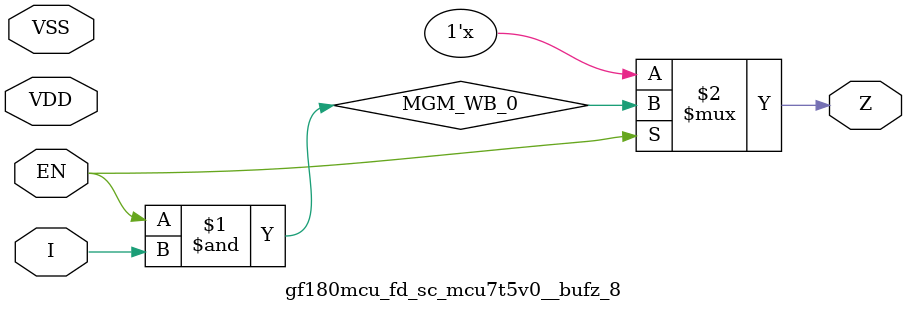
<source format=v>

module gf180mcu_fd_sc_mcu7t5v0__bufz_8( EN, I, Z, VDD, VSS );
input EN, I;
inout VDD, VSS;
output Z;

	wire MGM_WB_0;

	wire MGM_WB_1;

	and MGM_BG_0( MGM_WB_0, EN, I );

	not MGM_BG_1( MGM_WB_1, EN );

	bufif0 MGM_BG_2( Z, MGM_WB_0,MGM_WB_1 );

endmodule

</source>
